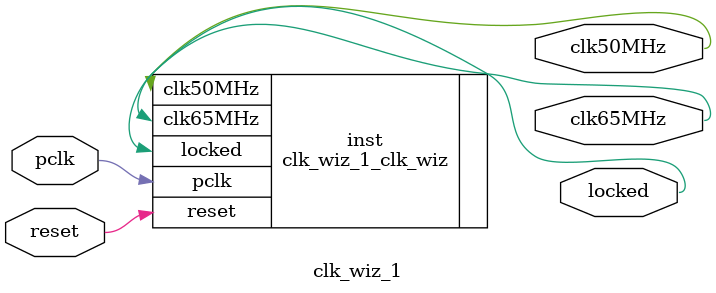
<source format=v>


`timescale 1ps/1ps

(* CORE_GENERATION_INFO = "clk_wiz_1,clk_wiz_v5_4_2_0,{component_name=clk_wiz_1,use_phase_alignment=true,use_min_o_jitter=false,use_max_i_jitter=false,use_dyn_phase_shift=false,use_inclk_switchover=false,use_dyn_reconfig=false,enable_axi=0,feedback_source=FDBK_AUTO,PRIMITIVE=MMCM,num_out_clk=2,clkin1_period=10.000,clkin2_period=10.000,use_power_down=false,use_reset=true,use_locked=true,use_inclk_stopped=false,feedback_type=SINGLE,CLOCK_MGR_TYPE=NA,manual_override=false}" *)

module clk_wiz_1 
 (
  // Clock out ports
  output        clk50MHz,
  output        clk65MHz,
  // Status and control signals
  input         reset,
  output        locked,
 // Clock in ports
  input         pclk
 );

  clk_wiz_1_clk_wiz inst
  (
  // Clock out ports  
  .clk50MHz(clk50MHz),
  .clk65MHz(clk65MHz),
  // Status and control signals               
  .reset(reset), 
  .locked(locked),
 // Clock in ports
  .pclk(pclk)
  );

endmodule

</source>
